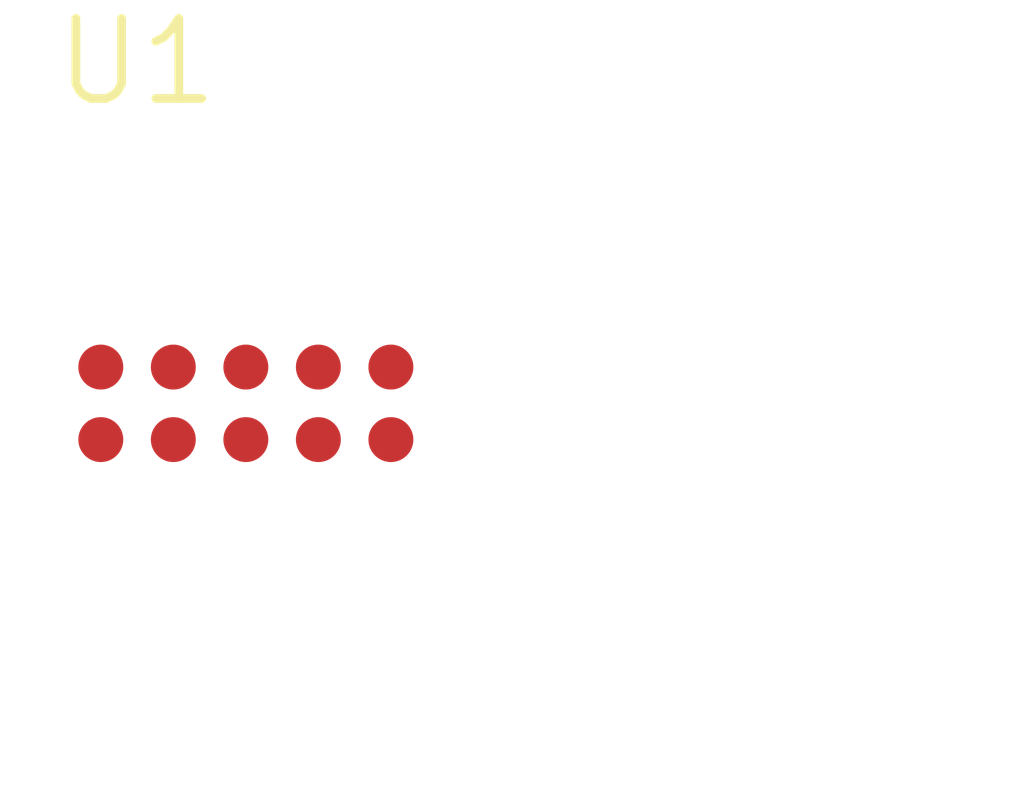
<source format=kicad_pcb>
(kicad_pcb (version 20241229) (generator "atopile") (generator_version "0.3.24")
  (layers (0 "F.Cu" signal) (31 "B.Cu" signal) (34 "B.Paste" user) (35 "F.Paste" user) (36 "B.SilkS" user "B.Silkscreen") (37 "F.SilkS" user "F.Silkscreen") (38 "B.Mask" user) (39 "F.Mask" user) (44 "Edge.Cuts" user))
  (net 0 "")
  (net 1 "gnd")
  (net 2 "line-3")
  (net 3 "line")
  (net 4 "line-2")
  (net 5 "hv")
  (net 6 "line-1")
  (net 7 "line-4")
  (footprint "lib:TAG-CONNECT_TC2050-IDC" (layer "F.Cu") (at 0 0 0)
    (property "Reference" "U1" (at -1.908355 -5.979565 0) (layer "F.SilkS") (hide no) (effects (font (size 1.40248 1.40248))))
    (property "Value" "")
    (fp_text user "${REFERENCE}" (at -1.908355 -5.979565 0) (layer "F.SilkS") (effects (font (size 1.40248 1.40248))))
    (pad "" np_thru_hole circle (at -3.81 0 0) (size 0.9906 0.9906) (drill 0.9906) (layers "*.Cu" "*.Mask"))
    (pad "" np_thru_hole circle (at 3.81 -1.015 0) (size 0.9906 0.9906) (drill 0.9906) (layers "*.Cu" "*.Mask"))
    (pad "" np_thru_hole circle (at 3.81 1.015 0) (size 0.9906 0.9906) (drill 0.9906) (layers "*.Cu" "*.Mask"))
    (pad "1" smd circle (at -2.54 0.635 0) (size 0.7874 0.7874) (layers "F.Cu" "F.Mask") (net 5 "hv"))
    (pad "2" smd circle (at -1.27 0.635 0) (size 0.7874 0.7874) (layers "F.Cu" "F.Mask") (net 7 "line-4"))
    (pad "3" smd circle (at 0 0.635 0) (size 0.7874 0.7874) (layers "F.Cu" "F.Mask") (net 1 "gnd"))
    (pad "4" smd circle (at 1.27 0.635 0) (size 0.7874 0.7874) (layers "F.Cu" "F.Mask") (net 2 "line-3"))
    (pad "5" smd circle (at 2.54 0.635 0) (size 0.7874 0.7874) (layers "F.Cu" "F.Mask") (net 1 "gnd"))
    (pad "6" smd circle (at 2.54 -0.635 180) (size 0.7874 0.7874) (layers "F.Cu" "F.Mask") (net 4 "line-2"))
    (pad "7" smd circle (at 1.27 -0.635 180) (size 0.7874 0.7874) (layers "F.Cu" "F.Mask"))
    (pad "8" smd circle (at 0 -0.635 180) (size 0.7874 0.7874) (layers "F.Cu" "F.Mask") (net 3 "line"))
    (pad "9" smd circle (at -1.27 -0.635 180) (size 0.7874 0.7874) (layers "F.Cu" "F.Mask"))
    (pad "10" smd circle (at -2.54 -0.635 180) (size 0.7874 0.7874) (layers "F.Cu" "F.Mask") (net 6 "line-1"))
  )
)
</source>
